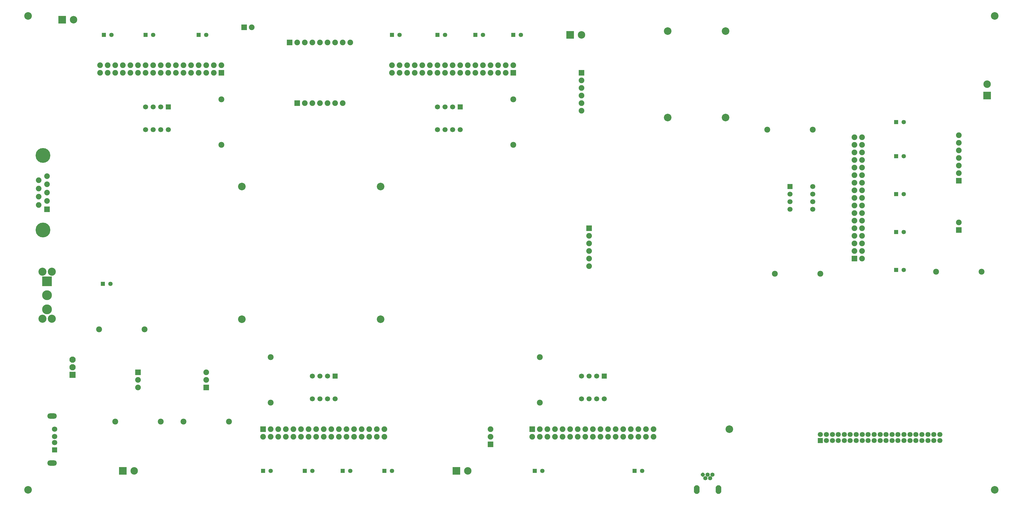
<source format=gbr>
G04 DipTrace 3.3.1.3*
G04 BottomMask.gbr*
%MOIN*%
G04 #@! TF.FileFunction,Soldermask,Bot*
G04 #@! TF.Part,Single*
%AMOUTLINE1*
4,1,8,
-0.01067,0.025761,
0.01067,0.025761,
0.025761,0.01067,
0.025761,-0.01067,
0.01067,-0.025761,
-0.01067,-0.025761,
-0.025761,-0.01067,
-0.025761,0.01067,
-0.01067,0.025761,
0*%
%ADD18R,0.066929X0.066929*%
%ADD19C,0.066929*%
%ADD33R,0.074803X0.074803*%
%ADD34C,0.074803*%
%ADD37C,0.098425*%
%ADD42C,0.1*%
%ADD57O,0.074803X0.114173*%
%ADD59C,0.055118*%
%ADD61C,0.106299*%
%ADD62C,0.129921*%
%ADD64R,0.129921X0.129921*%
%ADD66C,0.082677*%
%ADD67R,0.082677X0.082677*%
%ADD70O,0.125984X0.070866*%
%ADD72R,0.070866X0.070866*%
%ADD74C,0.070866*%
%ADD77C,0.195276*%
%ADD79C,0.074409*%
%ADD81R,0.074409X0.074409*%
%ADD83R,0.098425X0.098425*%
%ADD84R,0.057874X0.057874*%
%ADD86C,0.057874*%
%ADD88C,0.077874*%
%ADD90C,0.077874*%
%ADD98OUTLINE1*%
%FSLAX26Y26*%
G04*
G70*
G90*
G75*
G01*
G04 BotMask*
%LPD*%
D90*
X3774016Y1700787D3*
D88*
Y2300787D3*
D90*
X13149016Y3425787D3*
D88*
X12549016D3*
D33*
X7974016Y4000787D3*
D34*
Y3900787D3*
Y3800787D3*
Y3700787D3*
Y3600787D3*
Y3500787D3*
D33*
X7874016Y6050787D3*
D34*
Y5950787D3*
Y5850787D3*
Y5750787D3*
Y5650787D3*
Y5550787D3*
D86*
X1659055Y3265748D3*
D84*
X1559055D3*
D86*
X3774016Y800787D3*
D84*
X3674016D3*
D86*
X5374016D3*
D84*
X5274016D3*
D86*
X4824016D3*
D84*
X4724016D3*
D86*
X4324016D3*
D84*
X4224016D3*
D86*
X7355512D3*
D84*
X7255512D3*
D86*
X8674016D3*
D84*
X8574016D3*
D86*
X2224016Y6550787D3*
D84*
X2124016D3*
D86*
X1674016D3*
D84*
X1574016D3*
D86*
X2924016D3*
D84*
X2824016D3*
D86*
X12124016Y5400787D3*
D84*
X12024016D3*
D86*
X12124016Y4950787D3*
D84*
X12024016D3*
D86*
X12124016Y4450787D3*
D84*
X12024016D3*
D86*
X12124016Y3950787D3*
D84*
X12024016D3*
D86*
X12124016Y3450787D3*
D84*
X12024016D3*
D86*
X5474016Y6550787D3*
D84*
X5374016D3*
D86*
X6074016D3*
D84*
X5974016D3*
D86*
X6574016D3*
D84*
X6474016D3*
D86*
X7074016D3*
D84*
X6974016D3*
D33*
X2924016Y1900787D3*
D34*
Y2000787D3*
Y2100787D3*
D33*
X4024016Y6450787D3*
D34*
X4124016D3*
X4224016D3*
X4324016D3*
X4424016D3*
X4524016D3*
X4624016D3*
X4724016D3*
X4824016D3*
D33*
X12849016Y3975787D3*
D34*
Y4075787D3*
D42*
X3393307Y4550787D3*
X5224016D3*
Y2798031D3*
X3393307D3*
X9010236Y6600787D3*
Y5459055D3*
X9774016D3*
Y6600787D3*
X574016Y6800787D3*
X13324016D3*
Y550787D3*
X574016D3*
D33*
X3124016Y6050787D3*
D34*
Y6150787D3*
X3024016Y6050787D3*
Y6150787D3*
X2924016Y6050787D3*
Y6150787D3*
X2824016Y6050787D3*
Y6150787D3*
X2724016Y6050787D3*
Y6150787D3*
X2624016Y6050787D3*
Y6150787D3*
X2524016Y6050787D3*
Y6150787D3*
X2424016Y6050787D3*
Y6150787D3*
X2324016Y6050787D3*
Y6150787D3*
X2224016Y6050787D3*
Y6150787D3*
X2124016Y6050787D3*
Y6150787D3*
X2024016Y6050787D3*
Y6150787D3*
X1924016Y6050787D3*
Y6150787D3*
X1824016Y6050787D3*
Y6150787D3*
X1724016Y6050787D3*
Y6150787D3*
X1624016Y6050787D3*
Y6150787D3*
X1524016Y6050787D3*
Y6150787D3*
D33*
X6974016Y6050787D3*
D34*
Y6150787D3*
X6874016Y6050787D3*
Y6150787D3*
X6774016Y6050787D3*
Y6150787D3*
X6674016Y6050787D3*
Y6150787D3*
X6574016Y6050787D3*
Y6150787D3*
X6474016Y6050787D3*
Y6150787D3*
X6374016Y6050787D3*
Y6150787D3*
X6274016Y6050787D3*
Y6150787D3*
X6174016Y6050787D3*
Y6150787D3*
X6074016Y6050787D3*
Y6150787D3*
X5974016Y6050787D3*
Y6150787D3*
X5874016Y6050787D3*
Y6150787D3*
X5774016Y6050787D3*
Y6150787D3*
X5674016Y6050787D3*
Y6150787D3*
X5574016Y6050787D3*
Y6150787D3*
X5474016Y6050787D3*
Y6150787D3*
X5374016Y6050787D3*
Y6150787D3*
D33*
X11474016Y3600787D3*
D34*
X11574016D3*
X11474016Y3700787D3*
X11574016D3*
X11474016Y3800787D3*
X11574016D3*
X11474016Y3900787D3*
X11574016D3*
X11474016Y4000787D3*
X11574016D3*
X11474016Y4100787D3*
X11574016D3*
X11474016Y4200787D3*
X11574016D3*
X11474016Y4300787D3*
X11574016D3*
X11474016Y4400787D3*
X11574016D3*
X11474016Y4500787D3*
X11574016D3*
X11474016Y4600787D3*
X11574016D3*
X11474016Y4700787D3*
X11574016D3*
X11474016Y4800787D3*
X11574016D3*
X11474016Y4900787D3*
X11574016D3*
X11474016Y5000787D3*
X11574016D3*
X11474016Y5100787D3*
X11574016D3*
X11474016Y5200787D3*
X11574016D3*
D33*
X7224016Y1350787D3*
D34*
Y1250787D3*
X7324016Y1350787D3*
Y1250787D3*
X7424016Y1350787D3*
Y1250787D3*
X7524016Y1350787D3*
Y1250787D3*
X7624016Y1350787D3*
Y1250787D3*
X7724016Y1350787D3*
Y1250787D3*
X7824016Y1350787D3*
Y1250787D3*
X7924016Y1350787D3*
Y1250787D3*
X8024016Y1350787D3*
Y1250787D3*
X8124016Y1350787D3*
Y1250787D3*
X8224016Y1350787D3*
Y1250787D3*
X8324016Y1350787D3*
Y1250787D3*
X8424016Y1350787D3*
Y1250787D3*
X8524016Y1350787D3*
Y1250787D3*
X8624016Y1350787D3*
Y1250787D3*
X8724016Y1350787D3*
Y1250787D3*
X8824016Y1350787D3*
Y1250787D3*
D33*
X3674016Y1350787D3*
D34*
Y1250787D3*
X3774016Y1350787D3*
Y1250787D3*
X3874016Y1350787D3*
Y1250787D3*
X3974016Y1350787D3*
Y1250787D3*
X4074016Y1350787D3*
Y1250787D3*
X4174016Y1350787D3*
Y1250787D3*
X4274016Y1350787D3*
Y1250787D3*
X4374016Y1350787D3*
Y1250787D3*
X4474016Y1350787D3*
Y1250787D3*
X4574016Y1350787D3*
Y1250787D3*
X4674016Y1350787D3*
Y1250787D3*
X4774016Y1350787D3*
Y1250787D3*
X4874016Y1350787D3*
Y1250787D3*
X4974016Y1350787D3*
Y1250787D3*
X5074016Y1350787D3*
Y1250787D3*
X5174016Y1350787D3*
Y1250787D3*
X5274016Y1350787D3*
Y1250787D3*
D83*
X7724016Y6550787D3*
D37*
X7874016D3*
D81*
X824016Y4250787D3*
D79*
Y4359843D3*
Y4468898D3*
Y4577953D3*
Y4687008D3*
X712205Y4305315D3*
Y4414370D3*
Y4523425D3*
Y4632480D3*
D77*
X768111Y3976969D3*
Y4960827D3*
D33*
X3424016Y6650787D3*
D34*
X3524016D3*
D83*
X1024016Y6750787D3*
D37*
X1174016D3*
D83*
X6224016Y800787D3*
D37*
X6374016D3*
D18*
X11024016Y1200787D3*
D19*
X11102756D3*
X11181496D3*
X11260236D3*
X11338976D3*
X11417717D3*
X11496457D3*
X11575197D3*
X11653937D3*
X11732677D3*
X11811417D3*
X11890157D3*
X11968898D3*
X12047638D3*
X12126378D3*
X12205118D3*
X12283858D3*
X12362598D3*
X12441339D3*
X12520079D3*
X12598819D3*
Y1279528D3*
X12520079D3*
X12441339D3*
X12362598D3*
X12283858D3*
X12205118D3*
X12126378D3*
X12047638D3*
X11968898D3*
X11890157D3*
X11811417D3*
X11732677D3*
X11653937D3*
X11575197D3*
X11496457D3*
X11417717D3*
X11338976D3*
X11260236D3*
X11181496D3*
X11102756D3*
X11024016D3*
D83*
X13224016Y5750787D3*
D37*
Y5900787D3*
D74*
X924016Y1350787D3*
Y1252362D3*
Y1173622D3*
D72*
Y1075197D3*
D70*
X890551Y1522047D3*
Y903937D3*
D83*
X1824016Y800787D3*
D37*
X1974016D3*
D33*
X4124016Y5650787D3*
D34*
X4224016D3*
X4324016D3*
X4424016D3*
X4524016D3*
X4624016D3*
X4724016D3*
D90*
X1724016Y1450787D3*
D88*
X2324016D3*
D90*
X3224016D3*
D88*
X2624016D3*
D90*
X7324016Y2300787D3*
D88*
Y1700787D3*
D90*
X3124016Y5100787D3*
D88*
Y5700787D3*
D90*
X6974016D3*
D88*
Y5100787D3*
D90*
X10924016Y5300787D3*
D88*
X10324016D3*
D90*
X2109055Y2665748D3*
D88*
X1509055D3*
D90*
X10424016Y3400787D3*
D88*
X11024016D3*
D67*
X1159055Y2065748D3*
D66*
Y2165748D3*
Y2265748D3*
D33*
X2024016Y2100787D3*
D34*
Y2000787D3*
Y1900787D3*
D64*
X824016Y3300787D3*
D62*
Y3115748D3*
Y2930709D3*
D61*
X886614Y2805709D3*
X761417D3*
Y3425787D3*
X886614D3*
D33*
X6674016Y1150787D3*
D34*
Y1250787D3*
Y1350787D3*
D18*
X2424016Y5600787D3*
D19*
X2324016D3*
X2224016D3*
X2124016D3*
Y5300787D3*
X2224016D3*
X2324016D3*
X2424016D3*
D18*
X6274016Y5600787D3*
D19*
X6174016D3*
X6074016D3*
X5974016D3*
Y5300787D3*
X6074016D3*
X6174016D3*
X6274016D3*
D18*
X10624016Y4550787D3*
D19*
Y4450787D3*
Y4350787D3*
Y4250787D3*
X10924016D3*
Y4350787D3*
Y4450787D3*
Y4550787D3*
D18*
X4624016Y2050787D3*
D19*
X4524016D3*
X4424016D3*
X4324016D3*
Y1750787D3*
X4424016D3*
X4524016D3*
X4624016D3*
D18*
X8174016Y2050787D3*
D19*
X8074016D3*
X7974016D3*
X7874016D3*
Y1750787D3*
X7974016D3*
X8074016D3*
X8174016D3*
D33*
X12849016Y4625787D3*
D34*
Y4725787D3*
Y4825787D3*
Y4925787D3*
Y5025787D3*
Y5125787D3*
Y5225787D3*
D98*
X9474016Y750787D3*
D59*
X9505512Y703543D3*
X9537008Y750787D3*
X9568504Y703543D3*
X9600000Y750787D3*
D57*
X9393307Y551969D3*
X9680709D3*
D42*
X9824016Y1350787D3*
M02*

</source>
